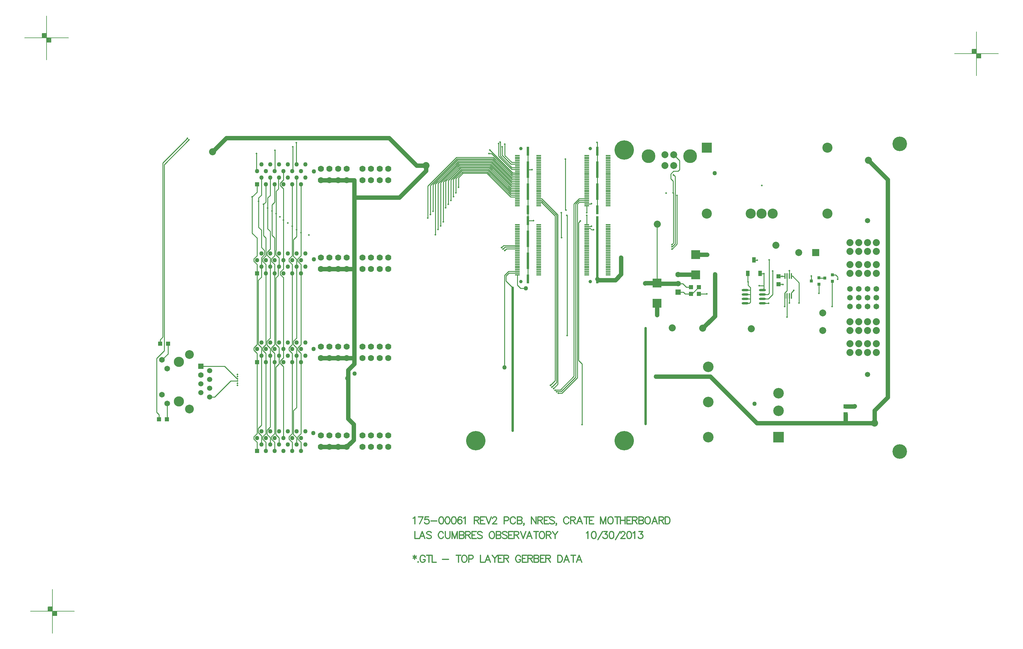
<source format=gtl>
%FSLAX23Y23*%
%MOIN*%
G70*
G01*
G75*
G04 Layer_Physical_Order=1*
G04 Layer_Color=255*
%ADD10R,0.050X0.050*%
%ADD11R,0.100X0.100*%
%ADD12R,0.039X0.059*%
%ADD13O,0.079X0.024*%
%ADD14R,0.036X0.036*%
%ADD15O,0.014X0.067*%
%ADD16R,0.050X0.050*%
%ADD17R,0.025X0.100*%
%ADD18R,0.057X0.012*%
%ADD19R,0.025X0.185*%
%ADD20C,0.050*%
%ADD21C,0.025*%
%ADD22C,0.010*%
%ADD23C,0.006*%
%ADD24C,0.012*%
%ADD25C,0.008*%
%ADD26C,0.012*%
%ADD27C,0.012*%
%ADD28C,0.166*%
%ADD29C,0.080*%
%ADD30R,0.063X0.063*%
%ADD31C,0.063*%
%ADD32C,0.120*%
%ADD33R,0.120X0.120*%
%ADD34C,0.079*%
%ADD35R,0.079X0.079*%
%ADD36R,0.115X0.115*%
%ADD37C,0.115*%
%ADD38C,0.059*%
%ADD39C,0.065*%
%ADD40C,0.100*%
%ADD41C,0.116*%
%ADD42C,0.059*%
%ADD43R,0.059X0.059*%
%ADD44C,0.039*%
%ADD45C,0.220*%
%ADD46C,0.157*%
%ADD47C,0.070*%
%ADD48C,0.050*%
%ADD49C,0.020*%
D10*
X16554Y12155D02*
D03*
X16644D02*
D03*
X16554Y12234D02*
D03*
X16644D02*
D03*
X10588Y10729D02*
D03*
X10498D02*
D03*
X10603Y11589D02*
D03*
X10513D02*
D03*
X11614Y13403D02*
D03*
Y12391D02*
D03*
Y11379D02*
D03*
Y10368D02*
D03*
D11*
X16609Y12604D02*
D03*
Y12374D02*
D03*
X16169Y12050D02*
D03*
Y12280D02*
D03*
D12*
X17203Y12389D02*
D03*
X17272Y12543D02*
D03*
X17341Y12389D02*
D03*
D13*
X17370Y12050D02*
D03*
Y12100D02*
D03*
Y12150D02*
D03*
Y12200D02*
D03*
X17173Y12050D02*
D03*
Y12100D02*
D03*
Y12150D02*
D03*
Y12200D02*
D03*
D14*
X18012Y12339D02*
D03*
X17926Y12302D02*
D03*
X18012Y12265D02*
D03*
X18165Y12372D02*
D03*
X18079Y12335D02*
D03*
X18165Y12298D02*
D03*
D15*
X17700Y12358D02*
D03*
X17675D02*
D03*
X17649D02*
D03*
X17624D02*
D03*
X17700Y12133D02*
D03*
X17675D02*
D03*
X17649D02*
D03*
X17624D02*
D03*
D16*
X17551Y12265D02*
D03*
Y12355D02*
D03*
X18314Y10877D02*
D03*
Y10787D02*
D03*
D17*
X14700Y13113D02*
D03*
Y12991D02*
D03*
Y12326D02*
D03*
Y13778D02*
D03*
X15490Y13113D02*
D03*
Y12991D02*
D03*
Y12326D02*
D03*
Y13778D02*
D03*
D18*
X14578Y12373D02*
D03*
Y12393D02*
D03*
Y12412D02*
D03*
Y12432D02*
D03*
Y12452D02*
D03*
Y12471D02*
D03*
Y12491D02*
D03*
Y12511D02*
D03*
Y12530D02*
D03*
Y12550D02*
D03*
Y12570D02*
D03*
Y12589D02*
D03*
Y12609D02*
D03*
Y12629D02*
D03*
Y12648D02*
D03*
Y12668D02*
D03*
Y12688D02*
D03*
Y12707D02*
D03*
Y12727D02*
D03*
Y12747D02*
D03*
Y12767D02*
D03*
Y12786D02*
D03*
Y12806D02*
D03*
Y12826D02*
D03*
Y12845D02*
D03*
Y12865D02*
D03*
Y12885D02*
D03*
Y12904D02*
D03*
Y12924D02*
D03*
Y12944D02*
D03*
Y13160D02*
D03*
Y13180D02*
D03*
Y13200D02*
D03*
Y13219D02*
D03*
Y13239D02*
D03*
Y13259D02*
D03*
Y13278D02*
D03*
Y13298D02*
D03*
Y13318D02*
D03*
Y13337D02*
D03*
Y13357D02*
D03*
Y13377D02*
D03*
Y13396D02*
D03*
Y13416D02*
D03*
Y13436D02*
D03*
Y13456D02*
D03*
Y13475D02*
D03*
Y13495D02*
D03*
Y13515D02*
D03*
Y13534D02*
D03*
Y13554D02*
D03*
Y13574D02*
D03*
Y13593D02*
D03*
Y13613D02*
D03*
Y13633D02*
D03*
Y13652D02*
D03*
Y13672D02*
D03*
Y13692D02*
D03*
Y13711D02*
D03*
Y13731D02*
D03*
X14821Y12373D02*
D03*
Y12393D02*
D03*
Y12412D02*
D03*
Y12432D02*
D03*
Y12452D02*
D03*
Y12471D02*
D03*
Y12491D02*
D03*
Y12511D02*
D03*
Y12530D02*
D03*
Y12550D02*
D03*
Y12570D02*
D03*
Y12589D02*
D03*
Y12609D02*
D03*
Y12629D02*
D03*
Y12648D02*
D03*
Y12668D02*
D03*
Y12688D02*
D03*
Y12707D02*
D03*
Y12727D02*
D03*
Y12747D02*
D03*
Y12767D02*
D03*
Y12786D02*
D03*
Y12806D02*
D03*
Y12826D02*
D03*
Y12845D02*
D03*
Y12865D02*
D03*
Y12885D02*
D03*
Y12904D02*
D03*
Y12924D02*
D03*
Y12944D02*
D03*
Y13160D02*
D03*
Y13180D02*
D03*
Y13200D02*
D03*
Y13219D02*
D03*
Y13239D02*
D03*
Y13259D02*
D03*
Y13278D02*
D03*
Y13298D02*
D03*
Y13318D02*
D03*
Y13337D02*
D03*
Y13357D02*
D03*
Y13377D02*
D03*
Y13396D02*
D03*
Y13416D02*
D03*
Y13436D02*
D03*
Y13456D02*
D03*
Y13475D02*
D03*
Y13495D02*
D03*
Y13515D02*
D03*
Y13534D02*
D03*
Y13554D02*
D03*
Y13574D02*
D03*
Y13593D02*
D03*
Y13613D02*
D03*
Y13633D02*
D03*
Y13652D02*
D03*
Y13672D02*
D03*
Y13692D02*
D03*
Y13711D02*
D03*
Y13731D02*
D03*
X15368Y12373D02*
D03*
Y12393D02*
D03*
Y12412D02*
D03*
Y12432D02*
D03*
Y12452D02*
D03*
Y12471D02*
D03*
Y12491D02*
D03*
Y12511D02*
D03*
Y12530D02*
D03*
Y12550D02*
D03*
Y12570D02*
D03*
Y12589D02*
D03*
Y12609D02*
D03*
Y12629D02*
D03*
Y12648D02*
D03*
Y12668D02*
D03*
Y12688D02*
D03*
Y12707D02*
D03*
Y12727D02*
D03*
Y12747D02*
D03*
Y12767D02*
D03*
Y12786D02*
D03*
Y12806D02*
D03*
Y12826D02*
D03*
Y12845D02*
D03*
Y12865D02*
D03*
Y12885D02*
D03*
Y12904D02*
D03*
Y12924D02*
D03*
Y12944D02*
D03*
Y13160D02*
D03*
Y13180D02*
D03*
Y13200D02*
D03*
Y13219D02*
D03*
Y13239D02*
D03*
Y13259D02*
D03*
Y13278D02*
D03*
Y13298D02*
D03*
Y13318D02*
D03*
Y13337D02*
D03*
Y13357D02*
D03*
Y13377D02*
D03*
Y13396D02*
D03*
Y13416D02*
D03*
Y13436D02*
D03*
Y13456D02*
D03*
Y13475D02*
D03*
Y13495D02*
D03*
Y13515D02*
D03*
Y13534D02*
D03*
Y13554D02*
D03*
Y13574D02*
D03*
Y13593D02*
D03*
Y13613D02*
D03*
Y13633D02*
D03*
Y13652D02*
D03*
Y13672D02*
D03*
Y13692D02*
D03*
Y13711D02*
D03*
Y13731D02*
D03*
X15611Y12373D02*
D03*
Y12393D02*
D03*
Y12412D02*
D03*
Y12432D02*
D03*
Y12452D02*
D03*
Y12471D02*
D03*
Y12491D02*
D03*
Y12511D02*
D03*
Y12530D02*
D03*
Y12550D02*
D03*
Y12570D02*
D03*
Y12589D02*
D03*
Y12609D02*
D03*
Y12629D02*
D03*
Y12648D02*
D03*
Y12668D02*
D03*
Y12688D02*
D03*
Y12707D02*
D03*
Y12727D02*
D03*
Y12747D02*
D03*
Y12767D02*
D03*
Y12786D02*
D03*
Y12806D02*
D03*
Y12826D02*
D03*
Y12845D02*
D03*
Y12865D02*
D03*
Y12885D02*
D03*
Y12904D02*
D03*
Y12924D02*
D03*
Y12944D02*
D03*
Y13160D02*
D03*
Y13180D02*
D03*
Y13200D02*
D03*
Y13219D02*
D03*
Y13239D02*
D03*
Y13259D02*
D03*
Y13278D02*
D03*
Y13298D02*
D03*
Y13318D02*
D03*
Y13337D02*
D03*
Y13357D02*
D03*
Y13377D02*
D03*
Y13396D02*
D03*
Y13416D02*
D03*
Y13436D02*
D03*
Y13456D02*
D03*
Y13475D02*
D03*
Y13495D02*
D03*
Y13515D02*
D03*
Y13534D02*
D03*
Y13554D02*
D03*
Y13574D02*
D03*
Y13593D02*
D03*
Y13613D02*
D03*
Y13633D02*
D03*
Y13652D02*
D03*
Y13672D02*
D03*
Y13692D02*
D03*
Y13711D02*
D03*
Y13731D02*
D03*
D19*
X14700Y12533D02*
D03*
Y12783D02*
D03*
Y13571D02*
D03*
Y13321D02*
D03*
X15490Y12533D02*
D03*
Y12783D02*
D03*
Y13571D02*
D03*
Y13321D02*
D03*
D20*
X12651Y10736D02*
Y11289D01*
X16155Y11215D02*
X16776D01*
X16975Y11016D01*
X12722Y11429D02*
Y12435D01*
X12637Y12438D02*
X12720D01*
X12539D02*
X12637D01*
X12440D02*
X12539D01*
X12342D02*
X12440D01*
X12720D02*
X12722Y12435D01*
Y11361D02*
Y11429D01*
X12637Y11426D02*
X12719D01*
X12539D02*
X12637D01*
X12440D02*
X12539D01*
X12342D02*
X12440D01*
X12719D02*
X12722Y11429D01*
X12539Y10415D02*
X12637D01*
X12440D02*
X12539D01*
X12342D02*
X12440D01*
X12637Y13450D02*
X12722D01*
X12539D02*
X12637D01*
X12440D02*
X12539D01*
X12342D02*
X12440D01*
X12637Y10415D02*
X12715Y10492D01*
Y10672D01*
X12651Y10736D02*
X12715Y10672D01*
X12651Y11289D02*
X12722Y11361D01*
X16828Y11904D02*
Y12380D01*
X16690Y11767D02*
X16828Y11904D01*
X16737Y12604D02*
X16738Y12604D01*
X16609Y12604D02*
X16737D01*
X16033Y12277D02*
X16035Y12280D01*
X16169D01*
Y11917D02*
Y12050D01*
Y11917D02*
X16170Y11917D01*
X16169Y12280D02*
X16174Y12274D01*
X16409D01*
X16609Y12375D02*
X16609Y12374D01*
X16409Y12375D02*
X16609D01*
X15490Y12326D02*
X15501Y12314D01*
X15696D01*
X15760Y12378D01*
Y12568D01*
X16975Y11016D02*
X17304Y10687D01*
X18647D02*
Y10830D01*
X18796Y10979D01*
Y13455D01*
X18574Y13677D02*
X18796Y13455D01*
X13540Y13555D02*
Y13617D01*
X13237Y13252D02*
X13540Y13555D01*
X12722Y13252D02*
X13237D01*
X12722Y12435D02*
Y13252D01*
Y13450D01*
X13432Y13617D02*
X13540D01*
X13119Y13930D02*
X13432Y13617D01*
X11266Y13930D02*
X13119D01*
X11110Y13774D02*
X11266Y13930D01*
X18314Y10877D02*
X18417D01*
X18418Y10878D01*
X18314Y10688D02*
Y10787D01*
Y10688D02*
X18315Y10687D01*
X17304D02*
X18315D01*
X18647D01*
D21*
X16038Y10677D02*
Y11767D01*
X14527Y10600D02*
Y12225D01*
X15490Y12326D02*
Y12533D01*
Y12783D01*
Y12991D01*
D22*
X14448Y12304D02*
X14527Y12225D01*
X14448Y12304D02*
Y12359D01*
X14481Y12393D01*
X14578D01*
X14431Y11320D02*
X14433Y11322D01*
Y12365D01*
X14480Y12412D01*
X14578D01*
X16733Y12155D02*
X16734Y12155D01*
X16644Y12155D02*
X16733D01*
X16564D02*
X16644Y12234D01*
X16554Y12155D02*
X16564D01*
X16502Y12234D02*
X16554D01*
X16462Y12274D02*
X16502Y12234D01*
X16409Y12274D02*
X16462D01*
X16490Y12155D02*
X16554D01*
X16470Y12175D02*
X16490Y12155D01*
X16409Y12175D02*
X16470D01*
X17387Y12250D02*
Y12387D01*
Y12217D02*
Y12250D01*
X17386Y12249D02*
X17387Y12250D01*
X17331Y12249D02*
X17386D01*
X17785Y12054D02*
Y12284D01*
X17712Y12358D02*
X17785Y12284D01*
X17700Y12358D02*
X17712D01*
X18165Y12372D02*
X18201D01*
X18224Y12349D01*
Y12323D02*
Y12349D01*
X17273Y12541D02*
X17309D01*
X17444Y12542D02*
X17445Y12541D01*
Y12163D02*
Y12541D01*
X17432Y12150D02*
X17445Y12163D01*
X17370Y12150D02*
X17432D01*
X17173Y12200D02*
X17231D01*
X17173Y12150D02*
X17229D01*
X17173Y12100D02*
X17227D01*
X17173Y12050D02*
X17220D01*
X17232Y12062D01*
Y12227D01*
X17204Y12255D02*
X17232Y12227D01*
X17204Y12255D02*
Y12292D01*
X17203Y12293D02*
X17204Y12292D01*
X17203Y12293D02*
Y12389D01*
X17602Y12265D02*
X17603Y12264D01*
X17551Y12265D02*
X17602D01*
X17370Y12200D02*
X17387Y12217D01*
X17593Y12355D02*
X17621D01*
X17551D02*
X17593D01*
X17343Y12387D02*
X17387D01*
X17675Y12358D02*
X17676Y12359D01*
Y12419D01*
X17486Y12150D02*
Y12415D01*
X17436Y12100D02*
X17486Y12150D01*
X17370Y12100D02*
X17436D01*
X17648Y11894D02*
X17649Y11896D01*
Y12133D01*
X17370Y12050D02*
X17437D01*
X17438Y12051D01*
X17675Y12052D02*
Y12133D01*
X17700Y12170D02*
X17727Y12196D01*
X17700Y12133D02*
Y12170D01*
X17622Y12014D02*
Y12166D01*
X17649Y12194D02*
Y12358D01*
X17622Y12166D02*
X17649Y12194D01*
X17926Y12357D02*
X17927Y12358D01*
X17926Y12302D02*
Y12357D01*
X18012Y12265D02*
X18013Y12264D01*
Y12163D02*
Y12264D01*
X18012Y12339D02*
X18016Y12335D01*
X18079D01*
X18163Y12297D02*
X18165Y12298D01*
X18163Y12014D02*
Y12297D01*
X15277Y12967D02*
X15297Y12986D01*
X15277Y11401D02*
Y12967D01*
Y11401D02*
X15317Y11361D01*
Y10670D02*
Y11361D01*
X15142Y13050D02*
X15144Y13049D01*
Y11684D02*
Y13049D01*
X15078Y12802D02*
Y13080D01*
Y12802D02*
X15082Y12797D01*
X15124Y13118D02*
X15131Y13111D01*
X15124Y13118D02*
Y13689D01*
X15368Y12924D02*
X15423D01*
X15423Y12925D01*
X15368Y13049D02*
X15368Y13050D01*
X15368Y12944D02*
Y13049D01*
Y13180D02*
X15421D01*
X15422Y13182D01*
X15368Y13081D02*
X15369Y13080D01*
X15368Y13081D02*
Y13160D01*
X12061Y13630D02*
X12064Y13628D01*
X12061Y13630D02*
Y13875D01*
X14436Y13856D02*
X14437Y13858D01*
X12014Y13553D02*
X12022Y13562D01*
Y13830D01*
X11814Y13553D02*
X11819Y13559D01*
Y13790D01*
X11610Y13556D02*
X11614Y13553D01*
X11610Y13556D02*
Y13752D01*
X14257D02*
X14286D01*
X14436Y13731D02*
Y13856D01*
Y13731D02*
X14516Y13652D01*
X14578D01*
X14406Y13733D02*
Y13830D01*
Y13733D02*
X14507Y13633D01*
X14578D01*
X14517Y13593D02*
X14578D01*
X14384Y13726D02*
X14517Y13593D01*
X14515Y13574D02*
X14578D01*
X14365Y13724D02*
Y13866D01*
Y13724D02*
X14515Y13574D01*
X14384Y13726D02*
Y13882D01*
X14266Y13792D02*
X14524Y13534D01*
X14578D01*
X14286Y13752D02*
X14523Y13515D01*
X14578D01*
X13908Y13368D02*
Y13476D01*
X13647Y12829D02*
Y13406D01*
X13676Y12889D02*
Y13414D01*
X13705Y12930D02*
Y13422D01*
X13734Y12975D02*
Y13430D01*
X13560Y13019D02*
Y13383D01*
X13589Y13061D02*
Y13391D01*
X13618Y13097D02*
Y13399D01*
X13763Y13137D02*
Y13438D01*
X13792Y13177D02*
Y13445D01*
X13821Y13218D02*
Y13453D01*
X13850Y13263D02*
Y13461D01*
X13879Y13307D02*
Y13469D01*
X13560Y13383D02*
X13886Y13708D01*
X13589Y13391D02*
X13892Y13693D01*
X13618Y13399D02*
X13898Y13679D01*
X14295D01*
X13647Y13406D02*
X13905Y13663D01*
X13676Y13414D02*
X13911Y13649D01*
X13705Y13422D02*
X13917Y13634D01*
X13734Y13430D02*
X13923Y13618D01*
X13763Y13438D02*
X13929Y13604D01*
X14264D01*
X13792Y13445D02*
X13936Y13589D01*
X14258D01*
X13821Y13453D02*
X13942Y13573D01*
X14252D01*
X13850Y13461D02*
X13948Y13559D01*
X13879Y13469D02*
X13954Y13543D01*
X13908Y13476D02*
X13960Y13528D01*
X13886Y13708D02*
X14307D01*
X13892Y13693D02*
X14301D01*
X13905Y13663D02*
X14289D01*
X13911Y13649D02*
X14283D01*
X13917Y13634D02*
X14276D01*
X13923Y13618D02*
X14270D01*
X13948Y13559D02*
X14245D01*
X13954Y13543D02*
X14239D01*
X14504Y13278D01*
X13960Y13528D02*
X14233D01*
X14503Y13259D01*
X14578D01*
X14504Y13278D02*
X14578D01*
X14245Y13559D02*
X14506Y13298D01*
X14578D01*
X14252Y13573D02*
X14507Y13318D01*
X14578D01*
X14258Y13589D02*
X14509Y13337D01*
X14578D01*
X14264Y13604D02*
X14510Y13357D01*
X14578D01*
X14270Y13618D02*
X14512Y13377D01*
X14578D01*
X14276Y13634D02*
X14513Y13396D01*
X14578D01*
X14283Y13649D02*
X14515Y13416D01*
X14578D01*
X14289Y13663D02*
X14516Y13436D01*
X14578D01*
X14295Y13679D02*
X14518Y13456D01*
X14578D01*
X14301Y13693D02*
X14520Y13475D01*
X14578D01*
X14307Y13708D02*
X14521Y13495D01*
X14578D01*
X12114Y12854D02*
Y13403D01*
Y12591D02*
Y12854D01*
X12064Y12885D02*
Y13115D01*
Y12809D02*
Y12885D01*
X12014Y12925D02*
Y13403D01*
Y12591D02*
Y12925D01*
X11914Y12997D02*
Y13353D01*
Y12541D02*
Y12997D01*
X11833Y13068D02*
Y13325D01*
Y12655D02*
Y13068D01*
X11784Y13099D02*
Y13171D01*
Y12823D02*
Y13099D01*
X11737Y13134D02*
Y13249D01*
Y12895D02*
Y13134D01*
X11633Y13208D02*
Y13250D01*
Y12914D02*
Y13208D01*
X11814Y13200D02*
Y13403D01*
X11784Y13171D02*
X11814Y13200D01*
Y12591D02*
Y12794D01*
X11784Y12823D02*
X11814Y12794D01*
X11764Y13275D02*
Y13478D01*
X11737Y13249D02*
X11764Y13275D01*
Y12666D02*
Y12869D01*
X11737Y12895D02*
X11764Y12869D01*
X11714Y13200D02*
Y13403D01*
X11688Y13175D02*
X11714Y13200D01*
Y12591D02*
Y12794D01*
X11688Y12819D02*
X11714Y12794D01*
X11664Y13280D02*
Y13478D01*
X11633Y13250D02*
X11664Y13280D01*
Y12686D02*
Y12884D01*
X11633Y12914D02*
X11664Y12884D01*
X11614Y13314D02*
Y13403D01*
X11560Y13260D02*
X11614Y13314D01*
X11560Y12847D02*
Y13260D01*
X11614Y12591D02*
Y12794D01*
X11560Y12847D02*
X11614Y12794D01*
X12064Y13116D02*
Y13478D01*
Y13116D02*
X12064Y13115D01*
X12029Y12584D02*
Y12773D01*
X12064Y12809D01*
X12029Y12584D02*
X12064Y12549D01*
Y10443D02*
Y10523D01*
X12029Y10557D02*
X12064Y10523D01*
X12029Y10557D02*
Y10828D01*
X12064Y10863D01*
Y11454D01*
Y11543D01*
X12029Y11578D02*
X12064Y11543D01*
X12029Y11578D02*
Y11619D01*
X12064Y11654D01*
Y12466D01*
Y12549D01*
X11858Y13473D02*
X11864Y13478D01*
X11858Y13351D02*
Y13473D01*
X11833Y13325D02*
X11858Y13351D01*
X11829Y12650D02*
X11833Y12655D01*
X11829Y12602D02*
Y12650D01*
Y12602D02*
X11864Y12567D01*
Y12466D02*
Y12567D01*
X11854Y12457D02*
X11864Y12466D01*
X11854Y12363D02*
Y12457D01*
X11830Y12339D02*
X11854Y12363D01*
X11830Y11622D02*
Y12339D01*
X11829Y11582D02*
Y11621D01*
Y11582D02*
X11864Y11547D01*
Y11454D02*
Y11547D01*
X11829Y11621D02*
X11830Y11622D01*
X11864Y11358D02*
Y11454D01*
X11829Y11323D02*
X11864Y11358D01*
X11829Y10555D02*
Y11323D01*
Y10555D02*
X11864Y10520D01*
Y10443D02*
Y10520D01*
X11764Y10443D02*
Y10523D01*
X11729Y10557D02*
X11764Y10523D01*
X11729Y10557D02*
Y10607D01*
X11764Y10642D01*
Y11454D01*
Y11537D01*
X11729Y11572D02*
X11764Y11537D01*
X11729Y11572D02*
Y11619D01*
X11764Y11654D01*
Y12466D01*
Y12562D01*
X11729Y12597D02*
X11764Y12562D01*
X11729Y12597D02*
Y12631D01*
X11764Y12666D01*
X11664Y12686D02*
X11699Y12651D01*
Y12602D02*
Y12651D01*
X11664Y12567D02*
X11699Y12602D01*
X11664Y12466D02*
Y12567D01*
X11629Y11582D02*
Y11621D01*
Y11582D02*
X11664Y11547D01*
Y11454D02*
Y11547D01*
X11629Y11621D02*
X11630Y11622D01*
X11664Y10663D02*
Y11454D01*
X11629Y10627D02*
X11664Y10663D01*
X11629Y10578D02*
Y10627D01*
Y10578D02*
X11664Y10543D01*
Y10443D02*
Y10543D01*
X11688Y12819D02*
Y13175D01*
X11914Y13452D02*
Y13553D01*
X12079Y12556D02*
X12114Y12591D01*
X12079Y12527D02*
X12114Y12492D01*
Y12391D02*
Y12492D01*
X12079Y12527D02*
Y12556D01*
X11979D02*
X12014Y12591D01*
X11979Y12527D02*
X12014Y12492D01*
Y12391D02*
Y12492D01*
X11979Y12527D02*
Y12556D01*
X11879Y13417D02*
X11914Y13452D01*
X11879Y13388D02*
X11914Y13353D01*
X11879Y13388D02*
Y13417D01*
X11579Y12556D02*
X11614Y12591D01*
X11579Y12527D02*
X11614Y12492D01*
Y12391D02*
Y12492D01*
X11579Y12527D02*
Y12556D01*
X11679D02*
X11714Y12591D01*
X11679Y12527D02*
X11714Y12492D01*
Y12391D02*
Y12492D01*
X11679Y12527D02*
Y12556D01*
X11779D02*
X11814Y12591D01*
X11779Y12527D02*
X11814Y12492D01*
Y12391D02*
Y12492D01*
X11779Y12527D02*
Y12556D01*
X11914Y12441D02*
Y12541D01*
X11779Y11544D02*
X11814Y11579D01*
X11779Y11515D02*
X11814Y11480D01*
Y11379D02*
Y11480D01*
Y11579D02*
Y12391D01*
X11779Y11515D02*
Y11544D01*
X11679D02*
X11714Y11579D01*
X11679Y11515D02*
X11714Y11480D01*
Y11379D02*
Y11480D01*
Y11579D02*
Y12391D01*
X11679Y11515D02*
Y11544D01*
X11579D02*
X11614Y11579D01*
X11579Y11515D02*
X11614Y11480D01*
Y11379D02*
Y11480D01*
Y11579D02*
Y12391D01*
X11579Y11515D02*
Y11544D01*
X11979D02*
X12014Y11579D01*
X11979Y11515D02*
X12014Y11480D01*
Y11379D02*
Y11480D01*
Y11579D02*
Y12391D01*
X11979Y11515D02*
Y11544D01*
X12079D02*
X12114Y11579D01*
X12079Y11515D02*
X12114Y11480D01*
Y11379D02*
Y11480D01*
Y11579D02*
Y12391D01*
X12079Y11515D02*
Y11544D01*
X11879Y12406D02*
X11914Y12441D01*
X11879Y12377D02*
X11914Y12342D01*
Y11529D02*
Y12342D01*
X11879Y12377D02*
Y12406D01*
X11814Y10567D02*
Y11379D01*
X11679Y10532D02*
X11714Y10567D01*
X11679Y10503D02*
X11714Y10468D01*
Y10368D02*
Y10468D01*
Y10567D02*
Y11379D01*
X11679Y10503D02*
Y10532D01*
X11579D02*
X11614Y10567D01*
X11579Y10503D02*
X11614Y10468D01*
Y10368D02*
Y10468D01*
Y10567D02*
Y11379D01*
X11579Y10503D02*
Y10532D01*
X11779D02*
X11814Y10567D01*
X11779Y10503D02*
X11814Y10468D01*
Y10368D02*
Y10468D01*
X11779Y10503D02*
Y10532D01*
X11979D02*
X12014Y10567D01*
X11979Y10503D02*
X12014Y10468D01*
Y10368D02*
Y10468D01*
Y10567D02*
Y11379D01*
X11979Y10503D02*
Y10532D01*
X12079D02*
X12114Y10567D01*
X12079Y10503D02*
X12114Y10468D01*
Y10368D02*
Y10468D01*
Y10567D02*
Y11379D01*
X12079Y10503D02*
Y10532D01*
X11879Y11394D02*
X11914Y11429D01*
X11879Y11365D02*
X11914Y11330D01*
Y10517D02*
Y11330D01*
Y11429D02*
Y11529D01*
X11879Y11365D02*
Y11394D01*
X10498Y10729D02*
Y10783D01*
X14454Y12668D02*
X14578D01*
X14434Y12649D02*
X14454Y12668D01*
X14417Y12666D02*
X14438Y12688D01*
X14423Y12707D02*
X14578D01*
X14399Y12684D02*
X14423Y12707D01*
X16338Y12717D02*
X16356Y12736D01*
X16338Y12693D02*
X16342D01*
X16376Y12727D01*
X16338Y12667D02*
X16342D01*
X16396Y12722D01*
X16376Y12727D02*
Y13188D01*
X16356Y12736D02*
Y13300D01*
X16396Y12722D02*
Y13276D01*
X14438Y12688D02*
X14578D01*
X16376Y13188D02*
X16376Y13188D01*
X16376Y13188D02*
Y13492D01*
X16359Y13509D02*
X16376Y13492D01*
X16354Y13509D02*
X16359D01*
X16351Y13306D02*
X16356Y13300D01*
X16351Y13306D02*
Y13438D01*
X16324Y13465D02*
X16351Y13438D01*
X16324Y13465D02*
Y13521D01*
X16356Y13554D01*
X16409D01*
X16425Y13569D01*
Y13673D01*
X16358Y13741D02*
X16425Y13673D01*
X14821Y13239D02*
X14855D01*
X15039Y13055D01*
Y11128D02*
Y13055D01*
X14821Y13219D02*
X14853D01*
X15024Y13048D01*
Y11148D02*
Y13048D01*
X14821Y13200D02*
X14852D01*
X15009Y13042D01*
Y11168D02*
Y13042D01*
X15283Y13219D02*
X15368D01*
X15284Y13200D02*
X15368D01*
X15281Y13239D02*
X15368D01*
X15262Y13178D02*
X15284Y13200D01*
X15243Y13179D02*
X15283Y13219D01*
X15243Y11210D02*
Y13179D01*
X15223Y13181D02*
X15281Y13239D01*
X15223Y11218D02*
Y13181D01*
X15079Y11046D02*
X15243Y11210D01*
X15262Y11202D02*
Y13178D01*
X15087Y11026D02*
X15262Y11202D01*
X15069Y11064D02*
X15223Y11218D01*
X14955Y11115D02*
X15009Y11168D01*
X14973Y11097D02*
X15024Y11148D01*
X14991Y11079D02*
X15039Y11128D01*
X15009Y11061D02*
X15011Y11064D01*
X15069D01*
X15044Y11026D02*
X15087D01*
X15026Y11044D02*
X15029Y11046D01*
X15079D01*
X11389Y11189D02*
X11392D01*
X11247Y11332D02*
X11389Y11189D01*
X10976Y11332D02*
X11247D01*
X11314Y11165D02*
X11392D01*
X11132Y10982D02*
X11314Y11165D01*
X11076Y10982D02*
X11132D01*
X14364Y13866D02*
X14365Y13866D01*
X14382Y13884D02*
X14384Y13882D01*
X10558Y13625D02*
X10840Y13908D01*
X10558Y11509D02*
Y13625D01*
X10543Y13646D02*
X10823Y13925D01*
X10543Y11665D02*
Y13646D01*
X10511Y11634D02*
X10543Y11665D01*
X10511Y11589D02*
Y11634D01*
X10472Y11423D02*
X10558Y11509D01*
X10472Y10810D02*
Y11423D01*
Y10810D02*
X10498Y10783D01*
X10591Y10729D02*
Y10906D01*
X10593Y10908D01*
X10533Y11406D02*
X10601Y11474D01*
Y11589D01*
X15368Y12904D02*
X15406D01*
X15425Y12885D01*
X14578Y12257D02*
Y12373D01*
Y12257D02*
X14617Y12218D01*
X14674D01*
X14675Y12219D01*
X14700Y13571D02*
Y13778D01*
Y13321D02*
Y13571D01*
Y13113D02*
Y13321D01*
Y12783D02*
Y12991D01*
Y13113D01*
Y12326D02*
Y12533D01*
Y12783D01*
Y12991D02*
X14761D01*
X14700Y13571D02*
X14745D01*
X15490Y13113D02*
Y13321D01*
Y13571D01*
Y13778D01*
Y13878D01*
X15487Y13881D02*
X15490Y13878D01*
X16169Y12280D02*
Y12950D01*
X16171Y12951D01*
X15425Y12885D02*
X15445D01*
X11630Y11622D02*
Y12314D01*
X11664Y12347D01*
Y12466D01*
D23*
X15367Y13220D02*
X15368Y13219D01*
D24*
X13410Y9183D02*
Y9137D01*
X13391Y9172D02*
X13429Y9149D01*
Y9172D02*
X13391Y9149D01*
X13449Y9111D02*
X13445Y9107D01*
X13449Y9103D01*
X13453Y9107D01*
X13449Y9111D01*
X13528Y9164D02*
X13524Y9172D01*
X13516Y9179D01*
X13509Y9183D01*
X13493D01*
X13486Y9179D01*
X13478Y9172D01*
X13474Y9164D01*
X13471Y9153D01*
Y9133D01*
X13474Y9122D01*
X13478Y9114D01*
X13486Y9107D01*
X13493Y9103D01*
X13509D01*
X13516Y9107D01*
X13524Y9114D01*
X13528Y9122D01*
Y9133D01*
X13509D02*
X13528D01*
X13573Y9183D02*
Y9103D01*
X13546Y9183D02*
X13599D01*
X13609D02*
Y9103D01*
X13655D01*
X13726Y9137D02*
X13795D01*
X13908Y9183D02*
Y9103D01*
X13881Y9183D02*
X13935D01*
X13967D02*
X13959Y9179D01*
X13952Y9172D01*
X13948Y9164D01*
X13944Y9153D01*
Y9133D01*
X13948Y9122D01*
X13952Y9114D01*
X13959Y9107D01*
X13967Y9103D01*
X13982D01*
X13990Y9107D01*
X13997Y9114D01*
X14001Y9122D01*
X14005Y9133D01*
Y9153D01*
X14001Y9164D01*
X13997Y9172D01*
X13990Y9179D01*
X13982Y9183D01*
X13967D01*
X14024Y9141D02*
X14058D01*
X14069Y9145D01*
X14073Y9149D01*
X14077Y9156D01*
Y9168D01*
X14073Y9175D01*
X14069Y9179D01*
X14058Y9183D01*
X14024D01*
Y9103D01*
X14158Y9183D02*
Y9103D01*
X14203D01*
X14273D02*
X14243Y9183D01*
X14212Y9103D01*
X14224Y9130D02*
X14262D01*
X14292Y9183D02*
X14322Y9145D01*
Y9103D01*
X14353Y9183D02*
X14322Y9145D01*
X14412Y9183D02*
X14363D01*
Y9103D01*
X14412D01*
X14363Y9145D02*
X14393D01*
X14426Y9183D02*
Y9103D01*
Y9183D02*
X14460D01*
X14472Y9179D01*
X14475Y9175D01*
X14479Y9168D01*
Y9160D01*
X14475Y9153D01*
X14472Y9149D01*
X14460Y9145D01*
X14426D01*
X14452D02*
X14479Y9103D01*
X14617Y9164D02*
X14613Y9172D01*
X14606Y9179D01*
X14598Y9183D01*
X14583D01*
X14575Y9179D01*
X14568Y9172D01*
X14564Y9164D01*
X14560Y9153D01*
Y9133D01*
X14564Y9122D01*
X14568Y9114D01*
X14575Y9107D01*
X14583Y9103D01*
X14598D01*
X14606Y9107D01*
X14613Y9114D01*
X14617Y9122D01*
Y9133D01*
X14598D02*
X14617D01*
X14685Y9183D02*
X14635D01*
Y9103D01*
X14685D01*
X14635Y9145D02*
X14666D01*
X14698Y9183D02*
Y9103D01*
Y9183D02*
X14732D01*
X14744Y9179D01*
X14748Y9175D01*
X14751Y9168D01*
Y9160D01*
X14748Y9153D01*
X14744Y9149D01*
X14732Y9145D01*
X14698D01*
X14725D02*
X14751Y9103D01*
X14769Y9183D02*
Y9103D01*
Y9183D02*
X14804D01*
X14815Y9179D01*
X14819Y9175D01*
X14823Y9168D01*
Y9160D01*
X14819Y9153D01*
X14815Y9149D01*
X14804Y9145D01*
X14769D02*
X14804D01*
X14815Y9141D01*
X14819Y9137D01*
X14823Y9130D01*
Y9118D01*
X14819Y9111D01*
X14815Y9107D01*
X14804Y9103D01*
X14769D01*
X14890Y9183D02*
X14841D01*
Y9103D01*
X14890D01*
X14841Y9145D02*
X14871D01*
X14903Y9183D02*
Y9103D01*
Y9183D02*
X14938D01*
X14949Y9179D01*
X14953Y9175D01*
X14957Y9168D01*
Y9160D01*
X14953Y9153D01*
X14949Y9149D01*
X14938Y9145D01*
X14903D01*
X14930D02*
X14957Y9103D01*
X15038Y9183D02*
Y9103D01*
Y9183D02*
X15064D01*
X15076Y9179D01*
X15083Y9172D01*
X15087Y9164D01*
X15091Y9153D01*
Y9133D01*
X15087Y9122D01*
X15083Y9114D01*
X15076Y9107D01*
X15064Y9103D01*
X15038D01*
X15170D02*
X15139Y9183D01*
X15109Y9103D01*
X15120Y9130D02*
X15158D01*
X15215Y9183D02*
Y9103D01*
X15188Y9183D02*
X15242D01*
X15312Y9103D02*
X15282Y9183D01*
X15251Y9103D01*
X15263Y9130D02*
X15301D01*
D25*
X9306Y8521D02*
X9316D01*
Y8516D02*
Y8526D01*
X9306D02*
X9316D01*
X9306Y8516D02*
Y8526D01*
Y8516D02*
X9316D01*
X9321D02*
Y8531D01*
X9301D02*
X9321D01*
X9301Y8511D02*
Y8531D01*
Y8511D02*
X9321D01*
X9326D02*
Y8536D01*
X9296D02*
X9326D01*
X9296Y8506D02*
Y8536D01*
Y8506D02*
X9326D01*
X9331Y8501D02*
Y8541D01*
X9291D02*
X9331D01*
X9291Y8501D02*
Y8541D01*
Y8501D02*
X9331D01*
X9256Y8571D02*
X9266D01*
Y8566D02*
Y8576D01*
X9256D02*
X9266D01*
X9256Y8566D02*
Y8576D01*
Y8566D02*
X9266D01*
X9271D02*
Y8581D01*
X9251D02*
X9271D01*
X9251Y8561D02*
Y8581D01*
Y8561D02*
X9271D01*
X9276D02*
Y8586D01*
X9246D02*
X9276D01*
X9246Y8556D02*
Y8586D01*
Y8556D02*
X9276D01*
X9281Y8551D02*
Y8591D01*
X9241D02*
X9281D01*
X9241Y8551D02*
Y8591D01*
Y8551D02*
X9281D01*
X9236Y8596D02*
X9286D01*
X9236Y8546D02*
Y8596D01*
X9286Y8496D02*
X9336D01*
Y8546D01*
X9286Y8296D02*
Y8796D01*
X9036Y8546D02*
X9536D01*
X9240Y15045D02*
X9250D01*
Y15040D02*
Y15050D01*
X9240D02*
X9250D01*
X9240Y15040D02*
Y15050D01*
Y15040D02*
X9250D01*
X9255D02*
Y15055D01*
X9235D02*
X9255D01*
X9235Y15035D02*
Y15055D01*
Y15035D02*
X9255D01*
X9260D02*
Y15060D01*
X9230D02*
X9260D01*
X9230Y15030D02*
Y15060D01*
Y15030D02*
X9260D01*
X9265Y15025D02*
Y15065D01*
X9225D02*
X9265D01*
X9225Y15025D02*
Y15065D01*
Y15025D02*
X9265D01*
X9190Y15095D02*
X9200D01*
Y15090D02*
Y15100D01*
X9190D02*
X9200D01*
X9190Y15090D02*
Y15100D01*
Y15090D02*
X9200D01*
X9205D02*
Y15105D01*
X9185D02*
X9205D01*
X9185Y15085D02*
Y15105D01*
Y15085D02*
X9205D01*
X9210D02*
Y15110D01*
X9180D02*
X9210D01*
X9180Y15080D02*
Y15110D01*
Y15080D02*
X9210D01*
X9215Y15075D02*
Y15115D01*
X9175D02*
X9215D01*
X9175Y15075D02*
Y15115D01*
Y15075D02*
X9215D01*
X9170Y15120D02*
X9220D01*
X9170Y15070D02*
Y15120D01*
X9220Y15020D02*
X9270D01*
Y15070D01*
X9220Y14820D02*
Y15320D01*
X8970Y15070D02*
X9470D01*
X19824Y14865D02*
X19834D01*
Y14860D02*
Y14870D01*
X19824D02*
X19834D01*
X19824Y14860D02*
Y14870D01*
Y14860D02*
X19834D01*
X19839D02*
Y14875D01*
X19819D02*
X19839D01*
X19819Y14855D02*
Y14875D01*
Y14855D02*
X19839D01*
X19844D02*
Y14880D01*
X19814D02*
X19844D01*
X19814Y14850D02*
Y14880D01*
Y14850D02*
X19844D01*
X19849Y14845D02*
Y14885D01*
X19809D02*
X19849D01*
X19809Y14845D02*
Y14885D01*
Y14845D02*
X19849D01*
X19774Y14915D02*
X19784D01*
Y14910D02*
Y14920D01*
X19774D02*
X19784D01*
X19774Y14910D02*
Y14920D01*
Y14910D02*
X19784D01*
X19789D02*
Y14925D01*
X19769D02*
X19789D01*
X19769Y14905D02*
Y14925D01*
Y14905D02*
X19789D01*
X19794D02*
Y14930D01*
X19764D02*
X19794D01*
X19764Y14900D02*
Y14930D01*
Y14900D02*
X19794D01*
X19799Y14895D02*
Y14935D01*
X19759D02*
X19799D01*
X19759Y14895D02*
Y14935D01*
Y14895D02*
X19799D01*
X19754Y14940D02*
X19804D01*
X19754Y14890D02*
Y14940D01*
X19804Y14840D02*
X19854D01*
Y14890D01*
X19804Y14640D02*
Y15140D01*
X19554Y14890D02*
X20054D01*
D26*
X13393Y9604D02*
X13401Y9608D01*
X13412Y9619D01*
Y9539D01*
X13505Y9619D02*
X13467Y9539D01*
X13452Y9619D02*
X13505D01*
X13568D02*
X13530D01*
X13527Y9585D01*
X13530Y9589D01*
X13542Y9593D01*
X13553D01*
X13565Y9589D01*
X13572Y9581D01*
X13576Y9570D01*
Y9562D01*
X13572Y9551D01*
X13565Y9543D01*
X13553Y9539D01*
X13542D01*
X13530Y9543D01*
X13527Y9547D01*
X13523Y9555D01*
X13594Y9574D02*
X13663D01*
X13709Y9619D02*
X13698Y9616D01*
X13690Y9604D01*
X13686Y9585D01*
Y9574D01*
X13690Y9555D01*
X13698Y9543D01*
X13709Y9539D01*
X13717D01*
X13728Y9543D01*
X13736Y9555D01*
X13739Y9574D01*
Y9585D01*
X13736Y9604D01*
X13728Y9616D01*
X13717Y9619D01*
X13709D01*
X13780D02*
X13769Y9616D01*
X13761Y9604D01*
X13757Y9585D01*
Y9574D01*
X13761Y9555D01*
X13769Y9543D01*
X13780Y9539D01*
X13788D01*
X13799Y9543D01*
X13807Y9555D01*
X13811Y9574D01*
Y9585D01*
X13807Y9604D01*
X13799Y9616D01*
X13788Y9619D01*
X13780D01*
X13851D02*
X13840Y9616D01*
X13832Y9604D01*
X13829Y9585D01*
Y9574D01*
X13832Y9555D01*
X13840Y9543D01*
X13851Y9539D01*
X13859D01*
X13871Y9543D01*
X13878Y9555D01*
X13882Y9574D01*
Y9585D01*
X13878Y9604D01*
X13871Y9616D01*
X13859Y9619D01*
X13851D01*
X13946Y9608D02*
X13942Y9616D01*
X13930Y9619D01*
X13923D01*
X13911Y9616D01*
X13904Y9604D01*
X13900Y9585D01*
Y9566D01*
X13904Y9551D01*
X13911Y9543D01*
X13923Y9539D01*
X13926D01*
X13938Y9543D01*
X13946Y9551D01*
X13949Y9562D01*
Y9566D01*
X13946Y9577D01*
X13938Y9585D01*
X13926Y9589D01*
X13923D01*
X13911Y9585D01*
X13904Y9577D01*
X13900Y9566D01*
X13967Y9604D02*
X13974Y9608D01*
X13986Y9619D01*
Y9539D01*
X14088Y9619D02*
Y9539D01*
Y9619D02*
X14123D01*
X14134Y9616D01*
X14138Y9612D01*
X14142Y9604D01*
Y9596D01*
X14138Y9589D01*
X14134Y9585D01*
X14123Y9581D01*
X14088D01*
X14115D02*
X14142Y9539D01*
X14209Y9619D02*
X14160D01*
Y9539D01*
X14209D01*
X14160Y9581D02*
X14190D01*
X14222Y9619D02*
X14253Y9539D01*
X14283Y9619D02*
X14253Y9539D01*
X14297Y9600D02*
Y9604D01*
X14301Y9612D01*
X14305Y9616D01*
X14313Y9619D01*
X14328D01*
X14336Y9616D01*
X14339Y9612D01*
X14343Y9604D01*
Y9596D01*
X14339Y9589D01*
X14332Y9577D01*
X14294Y9539D01*
X14347D01*
X14428Y9577D02*
X14462D01*
X14473Y9581D01*
X14477Y9585D01*
X14481Y9593D01*
Y9604D01*
X14477Y9612D01*
X14473Y9616D01*
X14462Y9619D01*
X14428D01*
Y9539D01*
X14556Y9600D02*
X14552Y9608D01*
X14545Y9616D01*
X14537Y9619D01*
X14522D01*
X14514Y9616D01*
X14507Y9608D01*
X14503Y9600D01*
X14499Y9589D01*
Y9570D01*
X14503Y9558D01*
X14507Y9551D01*
X14514Y9543D01*
X14522Y9539D01*
X14537D01*
X14545Y9543D01*
X14552Y9551D01*
X14556Y9558D01*
X14579Y9619D02*
Y9539D01*
Y9619D02*
X14613D01*
X14624Y9616D01*
X14628Y9612D01*
X14632Y9604D01*
Y9596D01*
X14628Y9589D01*
X14624Y9585D01*
X14613Y9581D01*
X14579D02*
X14613D01*
X14624Y9577D01*
X14628Y9574D01*
X14632Y9566D01*
Y9555D01*
X14628Y9547D01*
X14624Y9543D01*
X14613Y9539D01*
X14579D01*
X14657Y9543D02*
X14654Y9539D01*
X14650Y9543D01*
X14654Y9547D01*
X14657Y9543D01*
Y9536D01*
X14654Y9528D01*
X14650Y9524D01*
X14738Y9619D02*
Y9539D01*
Y9619D02*
X14791Y9539D01*
Y9619D02*
Y9539D01*
X14813Y9619D02*
Y9539D01*
Y9619D02*
X14847D01*
X14859Y9616D01*
X14863Y9612D01*
X14866Y9604D01*
Y9596D01*
X14863Y9589D01*
X14859Y9585D01*
X14847Y9581D01*
X14813D01*
X14840D02*
X14866Y9539D01*
X14934Y9619D02*
X14884D01*
Y9539D01*
X14934D01*
X14884Y9581D02*
X14915D01*
X15001Y9608D02*
X14993Y9616D01*
X14982Y9619D01*
X14966D01*
X14955Y9616D01*
X14947Y9608D01*
Y9600D01*
X14951Y9593D01*
X14955Y9589D01*
X14962Y9585D01*
X14985Y9577D01*
X14993Y9574D01*
X14997Y9570D01*
X15001Y9562D01*
Y9551D01*
X14993Y9543D01*
X14982Y9539D01*
X14966D01*
X14955Y9543D01*
X14947Y9551D01*
X15026Y9543D02*
X15022Y9539D01*
X15018Y9543D01*
X15022Y9547D01*
X15026Y9543D01*
Y9536D01*
X15022Y9528D01*
X15018Y9524D01*
X15164Y9600D02*
X15160Y9608D01*
X15152Y9616D01*
X15145Y9619D01*
X15129D01*
X15122Y9616D01*
X15114Y9608D01*
X15110Y9600D01*
X15106Y9589D01*
Y9570D01*
X15110Y9558D01*
X15114Y9551D01*
X15122Y9543D01*
X15129Y9539D01*
X15145D01*
X15152Y9543D01*
X15160Y9551D01*
X15164Y9558D01*
X15186Y9619D02*
Y9539D01*
Y9619D02*
X15220D01*
X15232Y9616D01*
X15236Y9612D01*
X15239Y9604D01*
Y9596D01*
X15236Y9589D01*
X15232Y9585D01*
X15220Y9581D01*
X15186D01*
X15213D02*
X15239Y9539D01*
X15318D02*
X15288Y9619D01*
X15257Y9539D01*
X15269Y9566D02*
X15307D01*
X15364Y9619D02*
Y9539D01*
X15337Y9619D02*
X15390D01*
X15449D02*
X15400D01*
Y9539D01*
X15449D01*
X15400Y9581D02*
X15430D01*
X15525Y9619D02*
Y9539D01*
Y9619D02*
X15556Y9539D01*
X15586Y9619D02*
X15556Y9539D01*
X15586Y9619D02*
Y9539D01*
X15632Y9619D02*
X15624Y9616D01*
X15617Y9608D01*
X15613Y9600D01*
X15609Y9589D01*
Y9570D01*
X15613Y9558D01*
X15617Y9551D01*
X15624Y9543D01*
X15632Y9539D01*
X15647D01*
X15655Y9543D01*
X15662Y9551D01*
X15666Y9558D01*
X15670Y9570D01*
Y9589D01*
X15666Y9600D01*
X15662Y9608D01*
X15655Y9616D01*
X15647Y9619D01*
X15632D01*
X15715D02*
Y9539D01*
X15689Y9619D02*
X15742D01*
X15752D02*
Y9539D01*
X15805Y9619D02*
Y9539D01*
X15752Y9581D02*
X15805D01*
X15877Y9619D02*
X15827D01*
Y9539D01*
X15877D01*
X15827Y9581D02*
X15858D01*
X15890Y9619D02*
Y9539D01*
Y9619D02*
X15924D01*
X15936Y9616D01*
X15939Y9612D01*
X15943Y9604D01*
Y9596D01*
X15939Y9589D01*
X15936Y9585D01*
X15924Y9581D01*
X15890D01*
X15917D02*
X15943Y9539D01*
X15961Y9619D02*
Y9539D01*
Y9619D02*
X15995D01*
X16007Y9616D01*
X16011Y9612D01*
X16014Y9604D01*
Y9596D01*
X16011Y9589D01*
X16007Y9585D01*
X15995Y9581D01*
X15961D02*
X15995D01*
X16007Y9577D01*
X16011Y9574D01*
X16014Y9566D01*
Y9555D01*
X16011Y9547D01*
X16007Y9543D01*
X15995Y9539D01*
X15961D01*
X16055Y9619D02*
X16048Y9616D01*
X16040Y9608D01*
X16036Y9600D01*
X16032Y9589D01*
Y9570D01*
X16036Y9558D01*
X16040Y9551D01*
X16048Y9543D01*
X16055Y9539D01*
X16070D01*
X16078Y9543D01*
X16086Y9551D01*
X16089Y9558D01*
X16093Y9570D01*
Y9589D01*
X16089Y9600D01*
X16086Y9608D01*
X16078Y9616D01*
X16070Y9619D01*
X16055D01*
X16173Y9539D02*
X16142Y9619D01*
X16112Y9539D01*
X16123Y9566D02*
X16161D01*
X16192Y9619D02*
Y9539D01*
Y9619D02*
X16226D01*
X16237Y9616D01*
X16241Y9612D01*
X16245Y9604D01*
Y9596D01*
X16241Y9589D01*
X16237Y9585D01*
X16226Y9581D01*
X16192D01*
X16218D02*
X16245Y9539D01*
X16263Y9619D02*
Y9539D01*
Y9619D02*
X16289D01*
X16301Y9616D01*
X16308Y9608D01*
X16312Y9600D01*
X16316Y9589D01*
Y9570D01*
X16312Y9558D01*
X16308Y9551D01*
X16301Y9543D01*
X16289Y9539D01*
X16263D01*
D27*
X13412Y9453D02*
Y9373D01*
X13458D01*
X13527D02*
X13497Y9453D01*
X13466Y9373D01*
X13478Y9399D02*
X13516D01*
X13599Y9441D02*
X13592Y9449D01*
X13580Y9453D01*
X13565D01*
X13554Y9449D01*
X13546Y9441D01*
Y9434D01*
X13550Y9426D01*
X13554Y9422D01*
X13561Y9418D01*
X13584Y9411D01*
X13592Y9407D01*
X13596Y9403D01*
X13599Y9395D01*
Y9384D01*
X13592Y9376D01*
X13580Y9373D01*
X13565D01*
X13554Y9376D01*
X13546Y9384D01*
X13737Y9434D02*
X13733Y9441D01*
X13726Y9449D01*
X13718Y9453D01*
X13703D01*
X13695Y9449D01*
X13688Y9441D01*
X13684Y9434D01*
X13680Y9422D01*
Y9403D01*
X13684Y9392D01*
X13688Y9384D01*
X13695Y9376D01*
X13703Y9373D01*
X13718D01*
X13726Y9376D01*
X13733Y9384D01*
X13737Y9392D01*
X13760Y9453D02*
Y9395D01*
X13764Y9384D01*
X13771Y9376D01*
X13783Y9373D01*
X13790D01*
X13802Y9376D01*
X13809Y9384D01*
X13813Y9395D01*
Y9453D01*
X13835D02*
Y9373D01*
Y9453D02*
X13866Y9373D01*
X13896Y9453D02*
X13866Y9373D01*
X13896Y9453D02*
Y9373D01*
X13919Y9453D02*
Y9373D01*
Y9453D02*
X13953D01*
X13965Y9449D01*
X13968Y9445D01*
X13972Y9437D01*
Y9430D01*
X13968Y9422D01*
X13965Y9418D01*
X13953Y9414D01*
X13919D02*
X13953D01*
X13965Y9411D01*
X13968Y9407D01*
X13972Y9399D01*
Y9388D01*
X13968Y9380D01*
X13965Y9376D01*
X13953Y9373D01*
X13919D01*
X13990Y9453D02*
Y9373D01*
Y9453D02*
X14024D01*
X14036Y9449D01*
X14040Y9445D01*
X14044Y9437D01*
Y9430D01*
X14040Y9422D01*
X14036Y9418D01*
X14024Y9414D01*
X13990D01*
X14017D02*
X14044Y9373D01*
X14111Y9453D02*
X14061D01*
Y9373D01*
X14111D01*
X14061Y9414D02*
X14092D01*
X14178Y9441D02*
X14170Y9449D01*
X14159Y9453D01*
X14143D01*
X14132Y9449D01*
X14124Y9441D01*
Y9434D01*
X14128Y9426D01*
X14132Y9422D01*
X14139Y9418D01*
X14162Y9411D01*
X14170Y9407D01*
X14174Y9403D01*
X14178Y9395D01*
Y9384D01*
X14170Y9376D01*
X14159Y9373D01*
X14143D01*
X14132Y9376D01*
X14124Y9384D01*
X14281Y9453D02*
X14274Y9449D01*
X14266Y9441D01*
X14262Y9434D01*
X14258Y9422D01*
Y9403D01*
X14262Y9392D01*
X14266Y9384D01*
X14274Y9376D01*
X14281Y9373D01*
X14296D01*
X14304Y9376D01*
X14312Y9384D01*
X14315Y9392D01*
X14319Y9403D01*
Y9422D01*
X14315Y9434D01*
X14312Y9441D01*
X14304Y9449D01*
X14296Y9453D01*
X14281D01*
X14338D02*
Y9373D01*
Y9453D02*
X14372D01*
X14384Y9449D01*
X14387Y9445D01*
X14391Y9437D01*
Y9430D01*
X14387Y9422D01*
X14384Y9418D01*
X14372Y9414D01*
X14338D02*
X14372D01*
X14384Y9411D01*
X14387Y9407D01*
X14391Y9399D01*
Y9388D01*
X14387Y9380D01*
X14384Y9376D01*
X14372Y9373D01*
X14338D01*
X14462Y9441D02*
X14455Y9449D01*
X14443Y9453D01*
X14428D01*
X14417Y9449D01*
X14409Y9441D01*
Y9434D01*
X14413Y9426D01*
X14417Y9422D01*
X14424Y9418D01*
X14447Y9411D01*
X14455Y9407D01*
X14459Y9403D01*
X14462Y9395D01*
Y9384D01*
X14455Y9376D01*
X14443Y9373D01*
X14428D01*
X14417Y9376D01*
X14409Y9384D01*
X14530Y9453D02*
X14480D01*
Y9373D01*
X14530D01*
X14480Y9414D02*
X14511D01*
X14543Y9453D02*
Y9373D01*
Y9453D02*
X14577D01*
X14589Y9449D01*
X14593Y9445D01*
X14597Y9437D01*
Y9430D01*
X14593Y9422D01*
X14589Y9418D01*
X14577Y9414D01*
X14543D01*
X14570D02*
X14597Y9373D01*
X14614Y9453D02*
X14645Y9373D01*
X14675Y9453D02*
X14645Y9373D01*
X14747D02*
X14716Y9453D01*
X14686Y9373D01*
X14697Y9399D02*
X14735D01*
X14792Y9453D02*
Y9373D01*
X14765Y9453D02*
X14819D01*
X14851D02*
X14843Y9449D01*
X14836Y9441D01*
X14832Y9434D01*
X14828Y9422D01*
Y9403D01*
X14832Y9392D01*
X14836Y9384D01*
X14843Y9376D01*
X14851Y9373D01*
X14866D01*
X14874Y9376D01*
X14881Y9384D01*
X14885Y9392D01*
X14889Y9403D01*
Y9422D01*
X14885Y9434D01*
X14881Y9441D01*
X14874Y9449D01*
X14866Y9453D01*
X14851D01*
X14908D02*
Y9373D01*
Y9453D02*
X14942D01*
X14953Y9449D01*
X14957Y9445D01*
X14961Y9437D01*
Y9430D01*
X14957Y9422D01*
X14953Y9418D01*
X14942Y9414D01*
X14908D01*
X14934D02*
X14961Y9373D01*
X14979Y9453D02*
X15009Y9414D01*
Y9373D01*
X15040Y9453D02*
X15009Y9414D01*
X15364Y9437D02*
X15372Y9441D01*
X15383Y9453D01*
Y9373D01*
X15446Y9453D02*
X15434Y9449D01*
X15427Y9437D01*
X15423Y9418D01*
Y9407D01*
X15427Y9388D01*
X15434Y9376D01*
X15446Y9373D01*
X15453D01*
X15465Y9376D01*
X15473Y9388D01*
X15476Y9407D01*
Y9418D01*
X15473Y9437D01*
X15465Y9449D01*
X15453Y9453D01*
X15446D01*
X15494Y9361D02*
X15548Y9453D01*
X15561D02*
X15602D01*
X15580Y9422D01*
X15591D01*
X15599Y9418D01*
X15602Y9414D01*
X15606Y9403D01*
Y9395D01*
X15602Y9384D01*
X15595Y9376D01*
X15583Y9373D01*
X15572D01*
X15561Y9376D01*
X15557Y9380D01*
X15553Y9388D01*
X15647Y9453D02*
X15636Y9449D01*
X15628Y9437D01*
X15624Y9418D01*
Y9407D01*
X15628Y9388D01*
X15636Y9376D01*
X15647Y9373D01*
X15655D01*
X15666Y9376D01*
X15674Y9388D01*
X15677Y9407D01*
Y9418D01*
X15674Y9437D01*
X15666Y9449D01*
X15655Y9453D01*
X15647D01*
X15695Y9361D02*
X15749Y9453D01*
X15758Y9434D02*
Y9437D01*
X15762Y9445D01*
X15765Y9449D01*
X15773Y9453D01*
X15788D01*
X15796Y9449D01*
X15800Y9445D01*
X15804Y9437D01*
Y9430D01*
X15800Y9422D01*
X15792Y9411D01*
X15754Y9373D01*
X15807D01*
X15848Y9453D02*
X15837Y9449D01*
X15829Y9437D01*
X15825Y9418D01*
Y9407D01*
X15829Y9388D01*
X15837Y9376D01*
X15848Y9373D01*
X15856D01*
X15867Y9376D01*
X15875Y9388D01*
X15879Y9407D01*
Y9418D01*
X15875Y9437D01*
X15867Y9449D01*
X15856Y9453D01*
X15848D01*
X15896Y9437D02*
X15904Y9441D01*
X15915Y9453D01*
Y9373D01*
X15963Y9453D02*
X16005D01*
X15982Y9422D01*
X15993D01*
X16001Y9418D01*
X16005Y9414D01*
X16008Y9403D01*
Y9395D01*
X16005Y9384D01*
X15997Y9376D01*
X15986Y9373D01*
X15974D01*
X15963Y9376D01*
X15959Y9380D01*
X15955Y9388D01*
D28*
X18933Y13864D02*
D03*
Y10364D02*
D03*
D29*
X13540Y13617D02*
D03*
X18647Y10687D02*
D03*
X18574Y13677D02*
D03*
X11110Y13774D02*
D03*
X16171Y12951D02*
D03*
X16341Y11771D02*
D03*
X16690Y11767D02*
D03*
X17521Y12710D02*
D03*
X17242Y11760D02*
D03*
X18666Y12739D02*
D03*
X18566D02*
D03*
X18466D02*
D03*
X18366D02*
D03*
Y12639D02*
D03*
X18466D02*
D03*
X18566D02*
D03*
X18666D02*
D03*
X18366Y12489D02*
D03*
X18466D02*
D03*
X18566D02*
D03*
X18666D02*
D03*
X18366Y12389D02*
D03*
X18466D02*
D03*
X18566D02*
D03*
X18666D02*
D03*
Y11489D02*
D03*
X18566D02*
D03*
X18466D02*
D03*
X18366D02*
D03*
X18666Y11589D02*
D03*
X18566D02*
D03*
X18466D02*
D03*
X18366D02*
D03*
X18666Y11739D02*
D03*
X18566D02*
D03*
X18466D02*
D03*
X18366D02*
D03*
Y11839D02*
D03*
X18466D02*
D03*
X18566D02*
D03*
X18666D02*
D03*
D30*
X16409Y12175D02*
D03*
D31*
Y12274D02*
D03*
Y12375D02*
D03*
X10976Y11232D02*
D03*
D32*
X16751Y10526D02*
D03*
Y10926D02*
D03*
Y11326D02*
D03*
X17551Y11026D02*
D03*
Y10826D02*
D03*
D33*
Y10526D02*
D03*
D34*
X17781Y12627D02*
D03*
X18056Y11938D02*
D03*
Y11738D02*
D03*
X16259Y13615D02*
D03*
X16358D02*
D03*
Y13741D02*
D03*
X16259D02*
D03*
D35*
X17977Y12627D02*
D03*
D36*
X16734Y13820D02*
D03*
D37*
Y13070D02*
D03*
X17234D02*
D03*
X17359D02*
D03*
X17484D02*
D03*
X18109D02*
D03*
Y13820D02*
D03*
D38*
X18566Y11239D02*
D03*
Y12989D02*
D03*
D39*
X18666Y12014D02*
D03*
X18566D02*
D03*
X18466D02*
D03*
X18366D02*
D03*
X18666Y12114D02*
D03*
X18566D02*
D03*
X18466D02*
D03*
X18366D02*
D03*
X18666Y12214D02*
D03*
X18566D02*
D03*
X18466D02*
D03*
X18366D02*
D03*
X10593Y10908D02*
D03*
X10533Y11008D02*
D03*
X10593Y11306D02*
D03*
X10533Y11406D02*
D03*
D40*
X10846Y10847D02*
D03*
Y11467D02*
D03*
D41*
X10726Y10932D02*
D03*
Y11382D02*
D03*
D42*
X10976Y11132D02*
D03*
X11076Y11182D02*
D03*
Y11082D02*
D03*
X10976Y11032D02*
D03*
X11076Y11282D02*
D03*
Y10982D02*
D03*
D43*
X10976Y11332D02*
D03*
D44*
X14619Y12295D02*
D03*
Y13809D02*
D03*
X15409Y12295D02*
D03*
Y13809D02*
D03*
D45*
X14104Y10485D02*
D03*
X15797D02*
D03*
Y13792D02*
D03*
D46*
X16545Y13722D02*
D03*
X16071D02*
D03*
D47*
X13109Y13581D02*
D03*
X13011D02*
D03*
X12913D02*
D03*
X12814D02*
D03*
X13109Y13450D02*
D03*
X13011D02*
D03*
X12913D02*
D03*
X12814D02*
D03*
X12637Y13581D02*
D03*
X12539D02*
D03*
X12440D02*
D03*
X12342D02*
D03*
X12637Y13450D02*
D03*
X12539D02*
D03*
X12440D02*
D03*
X12342D02*
D03*
Y12438D02*
D03*
X12440D02*
D03*
X12539D02*
D03*
X12637D02*
D03*
X12342Y12569D02*
D03*
X12440D02*
D03*
X12539D02*
D03*
X12637D02*
D03*
X12814Y12438D02*
D03*
X12913D02*
D03*
X13011D02*
D03*
X13109D02*
D03*
X12814Y12569D02*
D03*
X12913D02*
D03*
X13011D02*
D03*
X13109D02*
D03*
Y11557D02*
D03*
X13011D02*
D03*
X12913D02*
D03*
X12814D02*
D03*
X13109Y11426D02*
D03*
X13011D02*
D03*
X12913D02*
D03*
X12814D02*
D03*
X12637Y11557D02*
D03*
X12539D02*
D03*
X12440D02*
D03*
X12342D02*
D03*
X12637Y11426D02*
D03*
X12539D02*
D03*
X12440D02*
D03*
X12342D02*
D03*
Y10415D02*
D03*
X12440D02*
D03*
X12539D02*
D03*
X12637D02*
D03*
X12342Y10546D02*
D03*
X12440D02*
D03*
X12539D02*
D03*
X12637D02*
D03*
X12814Y10415D02*
D03*
X12913D02*
D03*
X13011D02*
D03*
X13109D02*
D03*
X12814Y10546D02*
D03*
X12913D02*
D03*
X13011D02*
D03*
X13109D02*
D03*
D48*
X12164Y13628D02*
D03*
X12114Y13553D02*
D03*
X12064Y13628D02*
D03*
X12014Y13553D02*
D03*
X11964Y13628D02*
D03*
X11914Y13553D02*
D03*
X11864Y13628D02*
D03*
X11814Y13553D02*
D03*
X11764Y13628D02*
D03*
X11714Y13553D02*
D03*
X11664Y13628D02*
D03*
X11614Y13553D02*
D03*
X12164Y13478D02*
D03*
X12114Y13403D02*
D03*
X12064Y13478D02*
D03*
X12014Y13403D02*
D03*
X11964Y13478D02*
D03*
X11914Y13403D02*
D03*
X11864Y13478D02*
D03*
X11814Y13403D02*
D03*
X11764Y13478D02*
D03*
X11714Y13403D02*
D03*
X11664Y13478D02*
D03*
Y12466D02*
D03*
X11714Y12391D02*
D03*
X11764Y12466D02*
D03*
X11814Y12391D02*
D03*
X11864Y12466D02*
D03*
X11914Y12391D02*
D03*
X11964Y12466D02*
D03*
X12014Y12391D02*
D03*
X12064Y12466D02*
D03*
X12114Y12391D02*
D03*
X12164Y12466D02*
D03*
X11614Y12541D02*
D03*
X11664Y12616D02*
D03*
X11714Y12541D02*
D03*
X11764Y12616D02*
D03*
X11814Y12541D02*
D03*
X11864Y12616D02*
D03*
X11914Y12541D02*
D03*
X11964Y12616D02*
D03*
X12014Y12541D02*
D03*
X12064Y12616D02*
D03*
X12114Y12541D02*
D03*
X12164Y12616D02*
D03*
Y11604D02*
D03*
X12114Y11529D02*
D03*
X12064Y11604D02*
D03*
X12014Y11529D02*
D03*
X11964Y11604D02*
D03*
X11914Y11529D02*
D03*
X11864Y11604D02*
D03*
X11814Y11529D02*
D03*
X11764Y11604D02*
D03*
X11714Y11529D02*
D03*
X11664Y11604D02*
D03*
X11614Y11529D02*
D03*
X12164Y11454D02*
D03*
X12114Y11379D02*
D03*
X12064Y11454D02*
D03*
X12014Y11379D02*
D03*
X11964Y11454D02*
D03*
X11914Y11379D02*
D03*
X11864Y11454D02*
D03*
X11814Y11379D02*
D03*
X11764Y11454D02*
D03*
X11714Y11379D02*
D03*
X11664Y11454D02*
D03*
Y10443D02*
D03*
X11714Y10368D02*
D03*
X11764Y10443D02*
D03*
X11814Y10368D02*
D03*
X11864Y10443D02*
D03*
X11914Y10368D02*
D03*
X11964Y10443D02*
D03*
X12014Y10368D02*
D03*
X12064Y10443D02*
D03*
X12114Y10368D02*
D03*
X12164Y10443D02*
D03*
X11614Y10517D02*
D03*
X11664Y10592D02*
D03*
X11714Y10517D02*
D03*
X11764Y10592D02*
D03*
X11814Y10517D02*
D03*
X11864Y10592D02*
D03*
X11914Y10517D02*
D03*
X11964Y10592D02*
D03*
X12014Y10517D02*
D03*
X12064Y10592D02*
D03*
X12114Y10517D02*
D03*
X12164Y10592D02*
D03*
X12642Y11197D02*
D03*
X16155Y11215D02*
D03*
X12258Y11531D02*
D03*
X12261Y12551D02*
D03*
Y13550D02*
D03*
X12257Y10573D02*
D03*
X14431Y11320D02*
D03*
X12727Y11250D02*
D03*
X16828Y12380D02*
D03*
X16824Y13531D02*
D03*
X16738Y12604D02*
D03*
X16033Y12277D02*
D03*
X16170Y11917D02*
D03*
X16975Y11016D02*
D03*
X17279Y10906D02*
D03*
X15760Y12568D02*
D03*
X14675Y12219D02*
D03*
X18418Y10878D02*
D03*
D49*
X16038Y11767D02*
D03*
Y10677D02*
D03*
X14527Y10600D02*
D03*
X17363Y13390D02*
D03*
X16734Y12155D02*
D03*
X17331Y12249D02*
D03*
X17785Y12054D02*
D03*
X18224Y12323D02*
D03*
X17309Y12541D02*
D03*
X17444Y12542D02*
D03*
X17204Y12292D02*
D03*
X17603Y12264D02*
D03*
X17387Y12387D02*
D03*
X17593Y12355D02*
D03*
X17676Y12419D02*
D03*
X17486Y12415D02*
D03*
X17648Y11894D02*
D03*
X17438Y12051D02*
D03*
X17675Y12052D02*
D03*
X17727Y12196D02*
D03*
X17622Y12014D02*
D03*
X17927Y12358D02*
D03*
X18013Y12163D02*
D03*
X18163Y12014D02*
D03*
X15297Y12986D02*
D03*
X15317Y10670D02*
D03*
X15142Y13050D02*
D03*
X15144Y11684D02*
D03*
X15078Y13080D02*
D03*
X15082Y12797D02*
D03*
X15131Y13111D02*
D03*
X15124Y13689D02*
D03*
X15423Y12925D02*
D03*
X15368Y13050D02*
D03*
X15422Y13182D02*
D03*
X15369Y13080D02*
D03*
X12061Y13875D02*
D03*
X14437Y13858D02*
D03*
X12022Y13830D02*
D03*
X14406D02*
D03*
X11819Y13790D02*
D03*
X14266Y13792D02*
D03*
X11610Y13752D02*
D03*
X14257D02*
D03*
X13908Y13370D02*
D03*
X13647Y12829D02*
D03*
X13676Y12889D02*
D03*
X13705Y12930D02*
D03*
X13735Y12975D02*
D03*
X13558Y13019D02*
D03*
X13590Y13061D02*
D03*
X13619Y13097D02*
D03*
X13762Y13137D02*
D03*
X13792Y13177D02*
D03*
X13821Y13218D02*
D03*
X13851Y13263D02*
D03*
X13879Y13307D02*
D03*
X12206Y12825D02*
D03*
X12114Y12854D02*
D03*
X12064Y12885D02*
D03*
X12014Y12925D02*
D03*
X11964Y12962D02*
D03*
X11914Y12997D02*
D03*
X11877Y13033D02*
D03*
X11833Y13068D02*
D03*
X11784Y13099D02*
D03*
X11737Y13134D02*
D03*
X11688Y13175D02*
D03*
X11633Y13208D02*
D03*
X11560Y13260D02*
D03*
X14434Y12649D02*
D03*
X14417Y12666D02*
D03*
X14399Y12684D02*
D03*
X16338Y12667D02*
D03*
Y12693D02*
D03*
Y12717D02*
D03*
X16396Y13276D02*
D03*
X16354Y13509D02*
D03*
X16351Y13306D02*
D03*
X16272Y13304D02*
D03*
X14955Y11115D02*
D03*
X14973Y11097D02*
D03*
X14991Y11079D02*
D03*
X15009Y11061D02*
D03*
X15026Y11044D02*
D03*
X15044Y11026D02*
D03*
X11392Y11115D02*
D03*
Y11139D02*
D03*
Y11165D02*
D03*
Y11189D02*
D03*
Y11215D02*
D03*
Y11240D02*
D03*
X14364Y13866D02*
D03*
X14382Y13884D02*
D03*
X10840Y13908D02*
D03*
X10823Y13925D02*
D03*
X15445Y12885D02*
D03*
X14761Y12991D02*
D03*
X14745Y13571D02*
D03*
X15487Y13881D02*
D03*
M02*

</source>
